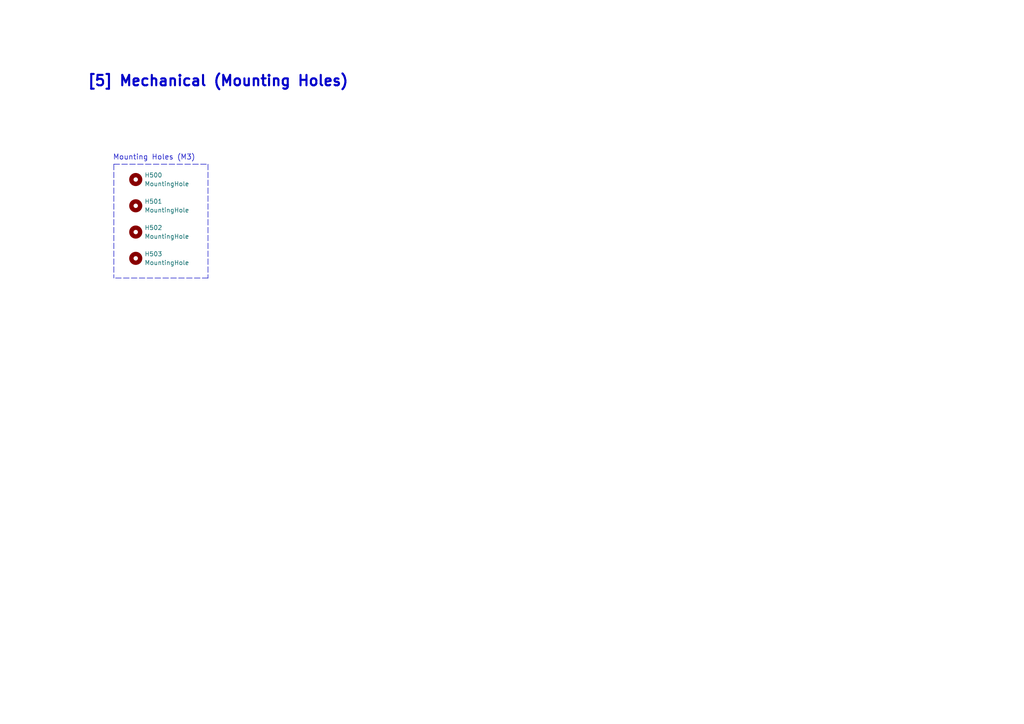
<source format=kicad_sch>
(kicad_sch
	(version 20231120)
	(generator "eeschema")
	(generator_version "8.0")
	(uuid "142a6b32-0033-4431-9163-187584588382")
	(paper "A4")
	(lib_symbols
		(symbol "Mechanical:MountingHole"
			(pin_names
				(offset 1.016)
			)
			(exclude_from_sim no)
			(in_bom yes)
			(on_board yes)
			(property "Reference" "H"
				(at 0 5.08 0)
				(effects
					(font
						(size 1.27 1.27)
					)
				)
			)
			(property "Value" "MountingHole"
				(at 0 3.175 0)
				(effects
					(font
						(size 1.27 1.27)
					)
				)
			)
			(property "Footprint" ""
				(at 0 0 0)
				(effects
					(font
						(size 1.27 1.27)
					)
					(hide yes)
				)
			)
			(property "Datasheet" "~"
				(at 0 0 0)
				(effects
					(font
						(size 1.27 1.27)
					)
					(hide yes)
				)
			)
			(property "Description" "Mounting Hole without connection"
				(at 0 0 0)
				(effects
					(font
						(size 1.27 1.27)
					)
					(hide yes)
				)
			)
			(property "ki_keywords" "mounting hole"
				(at 0 0 0)
				(effects
					(font
						(size 1.27 1.27)
					)
					(hide yes)
				)
			)
			(property "ki_fp_filters" "MountingHole*"
				(at 0 0 0)
				(effects
					(font
						(size 1.27 1.27)
					)
					(hide yes)
				)
			)
			(symbol "MountingHole_0_1"
				(circle
					(center 0 0)
					(radius 1.27)
					(stroke
						(width 1.27)
						(type default)
					)
					(fill
						(type none)
					)
				)
			)
		)
	)
	(polyline
		(pts
			(xy 60.325 47.625) (xy 60.325 80.645)
		)
		(stroke
			(width 0)
			(type dash)
		)
		(uuid "206cdd92-5754-477c-bb3d-31eec6bbf7fd")
	)
	(polyline
		(pts
			(xy 60.325 80.645) (xy 33.02 80.645)
		)
		(stroke
			(width 0)
			(type dash)
		)
		(uuid "2e5f13d0-9ef3-44c1-b0b0-bba59ae34e2e")
	)
	(polyline
		(pts
			(xy 33.02 47.625) (xy 60.325 47.625)
		)
		(stroke
			(width 0)
			(type dash)
		)
		(uuid "6dfafa65-b459-4e59-9791-6167dd18b42b")
	)
	(polyline
		(pts
			(xy 33.02 47.625) (xy 33.02 80.645)
		)
		(stroke
			(width 0)
			(type dash)
		)
		(uuid "eddda97a-ce68-4ad5-a0e3-2e9732a5cb27")
	)
	(text "Mounting Holes (M3)"
		(exclude_from_sim no)
		(at 44.704 45.72 0)
		(effects
			(font
				(size 1.5 1.5)
			)
		)
		(uuid "65a72476-46bc-4477-9ce5-975e503a3968")
	)
	(text "[5] Mechanical (Mounting Holes)"
		(exclude_from_sim no)
		(at 63.246 23.622 0)
		(effects
			(font
				(size 3 3)
				(thickness 0.6)
				(bold yes)
			)
		)
		(uuid "bc481de1-98dd-480c-9e88-8f9dc4989b9d")
	)
	(symbol
		(lib_id "Mechanical:MountingHole")
		(at 39.37 52.07 0)
		(unit 1)
		(exclude_from_sim no)
		(in_bom yes)
		(on_board yes)
		(dnp no)
		(fields_autoplaced yes)
		(uuid "43910da7-112f-4470-8c97-b8d3e50689ff")
		(property "Reference" "H500"
			(at 41.91 50.7999 0)
			(effects
				(font
					(size 1.27 1.27)
				)
				(justify left)
			)
		)
		(property "Value" "MountingHole"
			(at 41.91 53.3399 0)
			(effects
				(font
					(size 1.27 1.27)
				)
				(justify left)
			)
		)
		(property "Footprint" "MountingHole:MountingHole_3.2mm_M3"
			(at 39.37 52.07 0)
			(effects
				(font
					(size 1.27 1.27)
				)
				(hide yes)
			)
		)
		(property "Datasheet" "~"
			(at 39.37 52.07 0)
			(effects
				(font
					(size 1.27 1.27)
				)
				(hide yes)
			)
		)
		(property "Description" "Mounting Hole without connection"
			(at 39.37 52.07 0)
			(effects
				(font
					(size 1.27 1.27)
				)
				(hide yes)
			)
		)
		(property "LCSC Part Number" ""
			(at 39.37 52.07 0)
			(effects
				(font
					(size 1.27 1.27)
				)
				(hide yes)
			)
		)
		(instances
			(project "Mixed Signal Oscilloscope and Signal Generator Board"
				(path "/b343d6ac-c733-49bf-ac80-1d61c4f00e39/35d625d1-79af-4f42-84ca-0a138804e44f"
					(reference "H500")
					(unit 1)
				)
			)
		)
	)
	(symbol
		(lib_id "Mechanical:MountingHole")
		(at 39.37 67.31 0)
		(unit 1)
		(exclude_from_sim no)
		(in_bom yes)
		(on_board yes)
		(dnp no)
		(fields_autoplaced yes)
		(uuid "848b433c-43c5-4568-b7fe-a1f1692bb87b")
		(property "Reference" "H502"
			(at 41.91 66.0399 0)
			(effects
				(font
					(size 1.27 1.27)
				)
				(justify left)
			)
		)
		(property "Value" "MountingHole"
			(at 41.91 68.5799 0)
			(effects
				(font
					(size 1.27 1.27)
				)
				(justify left)
			)
		)
		(property "Footprint" "MountingHole:MountingHole_3.2mm_M3"
			(at 39.37 67.31 0)
			(effects
				(font
					(size 1.27 1.27)
				)
				(hide yes)
			)
		)
		(property "Datasheet" "~"
			(at 39.37 67.31 0)
			(effects
				(font
					(size 1.27 1.27)
				)
				(hide yes)
			)
		)
		(property "Description" "Mounting Hole without connection"
			(at 39.37 67.31 0)
			(effects
				(font
					(size 1.27 1.27)
				)
				(hide yes)
			)
		)
		(property "LCSC Part Number" ""
			(at 39.37 67.31 0)
			(effects
				(font
					(size 1.27 1.27)
				)
				(hide yes)
			)
		)
		(instances
			(project "Mixed Signal Oscilloscope and Signal Generator Board"
				(path "/b343d6ac-c733-49bf-ac80-1d61c4f00e39/35d625d1-79af-4f42-84ca-0a138804e44f"
					(reference "H502")
					(unit 1)
				)
			)
		)
	)
	(symbol
		(lib_id "Mechanical:MountingHole")
		(at 39.37 59.69 0)
		(unit 1)
		(exclude_from_sim no)
		(in_bom yes)
		(on_board yes)
		(dnp no)
		(fields_autoplaced yes)
		(uuid "9e301312-cefc-4148-9f72-f0a39f4b191d")
		(property "Reference" "H501"
			(at 41.91 58.4199 0)
			(effects
				(font
					(size 1.27 1.27)
				)
				(justify left)
			)
		)
		(property "Value" "MountingHole"
			(at 41.91 60.9599 0)
			(effects
				(font
					(size 1.27 1.27)
				)
				(justify left)
			)
		)
		(property "Footprint" "MountingHole:MountingHole_3.2mm_M3"
			(at 39.37 59.69 0)
			(effects
				(font
					(size 1.27 1.27)
				)
				(hide yes)
			)
		)
		(property "Datasheet" "~"
			(at 39.37 59.69 0)
			(effects
				(font
					(size 1.27 1.27)
				)
				(hide yes)
			)
		)
		(property "Description" "Mounting Hole without connection"
			(at 39.37 59.69 0)
			(effects
				(font
					(size 1.27 1.27)
				)
				(hide yes)
			)
		)
		(property "LCSC Part Number" ""
			(at 39.37 59.69 0)
			(effects
				(font
					(size 1.27 1.27)
				)
				(hide yes)
			)
		)
		(instances
			(project "Mixed Signal Oscilloscope and Signal Generator Board"
				(path "/b343d6ac-c733-49bf-ac80-1d61c4f00e39/35d625d1-79af-4f42-84ca-0a138804e44f"
					(reference "H501")
					(unit 1)
				)
			)
		)
	)
	(symbol
		(lib_id "Mechanical:MountingHole")
		(at 39.37 74.93 0)
		(unit 1)
		(exclude_from_sim no)
		(in_bom yes)
		(on_board yes)
		(dnp no)
		(fields_autoplaced yes)
		(uuid "a2a88fe7-b5c5-44cc-ab8f-b03081bdc6e2")
		(property "Reference" "H503"
			(at 41.91 73.6599 0)
			(effects
				(font
					(size 1.27 1.27)
				)
				(justify left)
			)
		)
		(property "Value" "MountingHole"
			(at 41.91 76.1999 0)
			(effects
				(font
					(size 1.27 1.27)
				)
				(justify left)
			)
		)
		(property "Footprint" "MountingHole:MountingHole_3.2mm_M3"
			(at 39.37 74.93 0)
			(effects
				(font
					(size 1.27 1.27)
				)
				(hide yes)
			)
		)
		(property "Datasheet" "~"
			(at 39.37 74.93 0)
			(effects
				(font
					(size 1.27 1.27)
				)
				(hide yes)
			)
		)
		(property "Description" "Mounting Hole without connection"
			(at 39.37 74.93 0)
			(effects
				(font
					(size 1.27 1.27)
				)
				(hide yes)
			)
		)
		(property "LCSC Part Number" ""
			(at 39.37 74.93 0)
			(effects
				(font
					(size 1.27 1.27)
				)
				(hide yes)
			)
		)
		(instances
			(project "Mixed Signal Oscilloscope and Signal Generator Board"
				(path "/b343d6ac-c733-49bf-ac80-1d61c4f00e39/35d625d1-79af-4f42-84ca-0a138804e44f"
					(reference "H503")
					(unit 1)
				)
			)
		)
	)
)

</source>
